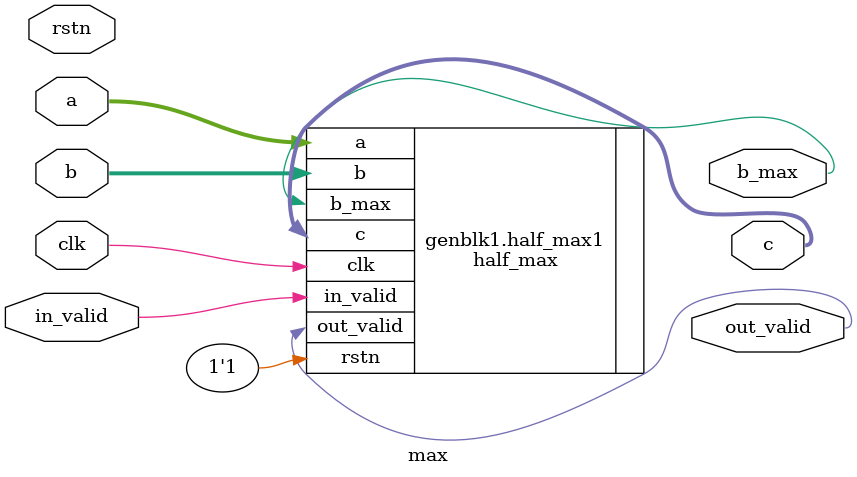
<source format=sv>
`timescale 1ns / 1ps


module max
#(parameter BITS = 16, PRECISION = "HALF")
(
input rstn,
input clk,
input in_valid,
input [BITS-1:0] a,
input [BITS-1:0] b,
output out_valid,
output b_max,
output reg [BITS-1:0] c
);

if (PRECISION == "HALF")
half_max half_max1
(
.rstn(1'b1),
.clk,
.in_valid,
.a(a),
.b(b),
.out_valid(out_valid),
.b_max(b_max),
.c(c)
);

if (PRECISION == "SINGLE")
single_max single_max1
(
.rstn(1'b1),
.clk,
.in_valid,
.a(a),
.b(b),
.out_valid(out_valid),
.b_max(b_max),
.c(c)
);
                  
endmodule
</source>
